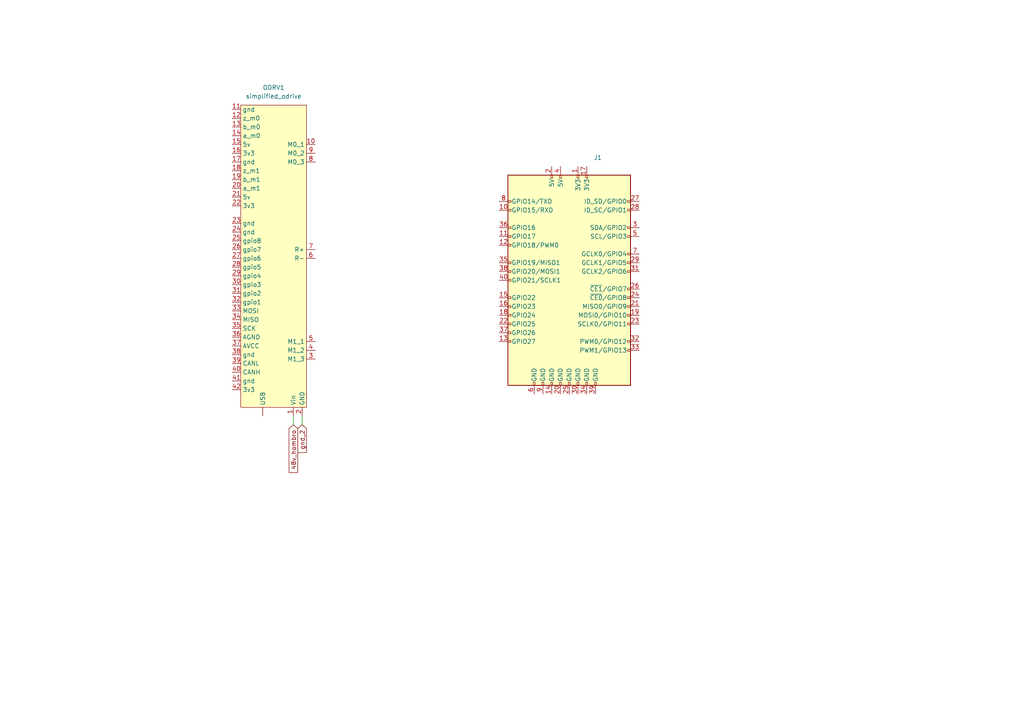
<source format=kicad_sch>
(kicad_sch (version 20211123) (generator eeschema)
  (paper "A4")
  (lib_symbols
    (symbol "Connector:Raspberry_Pi_2_3" (pin_names (offset 1.016))
      (property "Reference" "J" (at -17.78 31.75 0))
      (property "Value" "Raspberry_Pi_2_3" (at 10.16 -31.75 0))
      (symbol "Raspberry_Pi_2_3_0_1"
        (rectangle (start -17.78 30.48) (end 17.78 -30.48) (stroke (width 0.254)) (fill (type background)))
      )
      (symbol "Raspberry_Pi_2_3_1_1"
        (rectangle (start -16.891 -17.526) (end -17.78 -18.034))
        (rectangle (start -16.891 -14.986) (end -17.78 -15.494))
        (rectangle (start -16.891 -12.446) (end -17.78 -12.954))
        (rectangle (start -16.891 -9.906) (end -17.78 -10.414))
        (rectangle (start -16.891 -7.366) (end -17.78 -7.874))
        (rectangle (start -16.891 -4.826) (end -17.78 -5.334))
        (rectangle (start -16.891 0.254) (end -17.78 -0.254))
        (rectangle (start -16.891 2.794) (end -17.78 2.286))
        (rectangle (start -16.891 5.334) (end -17.78 4.826))
        (rectangle (start -16.891 10.414) (end -17.78 9.906))
        (rectangle (start -16.891 12.954) (end -17.78 12.446))
        (rectangle (start -16.891 15.494) (end -17.78 14.986))
        (rectangle (start -16.891 20.574) (end -17.78 20.066))
        (rectangle (start -16.891 23.114) (end -17.78 22.606))
        (rectangle (start -10.414 -29.591) (end -9.906 -30.48))
        (rectangle (start -7.874 -29.591) (end -7.366 -30.48))
        (rectangle (start -5.334 -29.591) (end -4.826 -30.48))
        (rectangle (start -5.334 30.48) (end -4.826 29.591))
        (rectangle (start -2.794 -29.591) (end -2.286 -30.48))
        (rectangle (start -2.794 30.48) (end -2.286 29.591))
        (rectangle (start -0.254 -29.591) (end 0.254 -30.48))
        (rectangle (start 2.286 -29.591) (end 2.794 -30.48))
        (rectangle (start 2.286 30.48) (end 2.794 29.591))
        (rectangle (start 4.826 -29.591) (end 5.334 -30.48))
        (rectangle (start 4.826 30.48) (end 5.334 29.591))
        (rectangle (start 7.366 -29.591) (end 7.874 -30.48))
        (rectangle (start 17.78 -20.066) (end 16.891 -20.574))
        (rectangle (start 17.78 -17.526) (end 16.891 -18.034))
        (rectangle (start 17.78 -12.446) (end 16.891 -12.954))
        (rectangle (start 17.78 -9.906) (end 16.891 -10.414))
        (rectangle (start 17.78 -7.366) (end 16.891 -7.874))
        (rectangle (start 17.78 -4.826) (end 16.891 -5.334))
        (rectangle (start 17.78 -2.286) (end 16.891 -2.794))
        (rectangle (start 17.78 2.794) (end 16.891 2.286))
        (rectangle (start 17.78 5.334) (end 16.891 4.826))
        (rectangle (start 17.78 7.874) (end 16.891 7.366))
        (rectangle (start 17.78 12.954) (end 16.891 12.446))
        (rectangle (start 17.78 15.494) (end 16.891 14.986))
        (rectangle (start 17.78 20.574) (end 16.891 20.066))
        (rectangle (start 17.78 23.114) (end 16.891 22.606))
        (pin power_in line (at 2.54 33.02 270) (length 2.54) (name "3V3") (number "1"))
        (pin bidirectional line (at -20.32 20.32 0) (length 2.54) (name "GPIO15/RXD") (number "10"))
        (pin bidirectional line (at -20.32 12.7 0) (length 2.54) (name "GPIO17") (number "11"))
        (pin bidirectional line (at -20.32 10.16 0) (length 2.54) (name "GPIO18/PWM0") (number "12"))
        (pin bidirectional line (at -20.32 -17.78 0) (length 2.54) (name "GPIO27") (number "13"))
        (pin power_in line (at -5.08 -33.02 90) (length 2.54) (name "GND") (number "14"))
        (pin bidirectional line (at -20.32 -5.08 0) (length 2.54) (name "GPIO22") (number "15"))
        (pin bidirectional line (at -20.32 -7.62 0) (length 2.54) (name "GPIO23") (number "16"))
        (pin power_in line (at 5.08 33.02 270) (length 2.54) (name "3V3") (number "17"))
        (pin bidirectional line (at -20.32 -10.16 0) (length 2.54) (name "GPIO24") (number "18"))
        (pin bidirectional line (at 20.32 -10.16 180) (length 2.54) (name "MOSI0/GPIO10") (number "19"))
        (pin power_in line (at -5.08 33.02 270) (length 2.54) (name "5V") (number "2"))
        (pin power_in line (at -2.54 -33.02 90) (length 2.54) (name "GND") (number "20"))
        (pin bidirectional line (at 20.32 -7.62 180) (length 2.54) (name "MISO0/GPIO9") (number "21"))
        (pin bidirectional line (at -20.32 -12.7 0) (length 2.54) (name "GPIO25") (number "22"))
        (pin bidirectional line (at 20.32 -12.7 180) (length 2.54) (name "SCLK0/GPIO11") (number "23"))
        (pin bidirectional line (at 20.32 -5.08 180) (length 2.54) (name "~{CE0}/GPIO8") (number "24"))
        (pin power_in line (at 0 -33.02 90) (length 2.54) (name "GND") (number "25"))
        (pin bidirectional line (at 20.32 -2.54 180) (length 2.54) (name "~{CE1}/GPIO7") (number "26"))
        (pin bidirectional line (at 20.32 22.86 180) (length 2.54) (name "ID_SD/GPIO0") (number "27"))
        (pin bidirectional line (at 20.32 20.32 180) (length 2.54) (name "ID_SC/GPIO1") (number "28"))
        (pin bidirectional line (at 20.32 5.08 180) (length 2.54) (name "GCLK1/GPIO5") (number "29"))
        (pin bidirectional line (at 20.32 15.24 180) (length 2.54) (name "SDA/GPIO2") (number "3"))
        (pin power_in line (at 2.54 -33.02 90) (length 2.54) (name "GND") (number "30"))
        (pin bidirectional line (at 20.32 2.54 180) (length 2.54) (name "GCLK2/GPIO6") (number "31"))
        (pin bidirectional line (at 20.32 -17.78 180) (length 2.54) (name "PWM0/GPIO12") (number "32"))
        (pin bidirectional line (at 20.32 -20.32 180) (length 2.54) (name "PWM1/GPIO13") (number "33"))
        (pin power_in line (at 5.08 -33.02 90) (length 2.54) (name "GND") (number "34"))
        (pin bidirectional line (at -20.32 5.08 0) (length 2.54) (name "GPIO19/MISO1") (number "35"))
        (pin bidirectional line (at -20.32 15.24 0) (length 2.54) (name "GPIO16") (number "36"))
        (pin bidirectional line (at -20.32 -15.24 0) (length 2.54) (name "GPIO26") (number "37"))
        (pin bidirectional line (at -20.32 2.54 0) (length 2.54) (name "GPIO20/MOSI1") (number "38"))
        (pin power_in line (at 7.62 -33.02 90) (length 2.54) (name "GND") (number "39"))
        (pin power_in line (at -2.54 33.02 270) (length 2.54) (name "5V") (number "4"))
        (pin bidirectional line (at -20.32 0 0) (length 2.54) (name "GPIO21/SCLK1") (number "40"))
        (pin bidirectional line (at 20.32 12.7 180) (length 2.54) (name "SCL/GPIO3") (number "5"))
        (pin power_in line (at -10.16 -33.02 90) (length 2.54) (name "GND") (number "6"))
        (pin bidirectional line (at 20.32 7.62 180) (length 2.54) (name "GCLK0/GPIO4") (number "7"))
        (pin bidirectional line (at -20.32 22.86 0) (length 2.54) (name "GPIO14/TXD") (number "8"))
        (pin power_in line (at -7.62 -33.02 90) (length 2.54) (name "GND") (number "9"))
      )
    )
    (symbol "external_modules:simplified_odrive"
      (property "Reference" "ODRV" (at 6.35 26.67 0))
      (property "Value" "simplified_odrive" (at 1.27 13.97 90))
      (symbol "simplified_odrive_0_1"
        (rectangle (start -6.35 78.74) (end 12.7 -8.89) (fill (type background)))
      )
      (symbol "simplified_odrive_1_1"
        (pin bidirectional line (at 0 -11.43 90) (length 2.54) (name "USB") (number ""))
        (pin power_in line (at 8.89 -11.43 90) (length 2.54) (name "Vin") (number "1"))
        (pin power_out line (at 15.24 67.31 180) (length 2.54) (name "M0_1") (number "10"))
        (pin passive line (at -8.89 77.47 0) (length 2.54) (name "gnd") (number "11"))
        (pin input line (at -8.89 74.93 0) (length 2.54) (name "z_m0") (number "12"))
        (pin input line (at -8.89 72.39 0) (length 2.54) (name "b_m0") (number "13"))
        (pin input line (at -8.89 69.85 0) (length 2.54) (name "a_m0") (number "14"))
        (pin output line (at -8.89 67.31 0) (length 2.54) (name "5v") (number "15"))
        (pin output line (at -8.89 64.77 0) (length 2.54) (name "3v3") (number "16"))
        (pin passive line (at -8.89 62.23 0) (length 2.54) (name "gnd") (number "17"))
        (pin input line (at -8.89 59.69 0) (length 2.54) (name "z_m1") (number "18"))
        (pin input line (at -8.89 57.15 0) (length 2.54) (name "b_m1") (number "19"))
        (pin power_in line (at 11.43 -11.43 90) (length 2.54) (name "GND") (number "2"))
        (pin input line (at -8.89 54.61 0) (length 2.54) (name "a_m1") (number "20"))
        (pin output line (at -8.89 52.07 0) (length 2.54) (name "5v") (number "21"))
        (pin output line (at -8.89 49.53 0) (length 2.54) (name "3v3") (number "22"))
        (pin passive line (at -8.89 44.45 0) (length 2.54) (name "gnd") (number "23"))
        (pin passive line (at -8.89 41.91 0) (length 2.54) (name "gnd") (number "24"))
        (pin bidirectional line (at -8.89 39.37 0) (length 2.54) (name "gpio8") (number "25"))
        (pin bidirectional line (at -8.89 36.83 0) (length 2.54) (name "gpio7") (number "26"))
        (pin bidirectional line (at -8.89 34.29 0) (length 2.54) (name "gpio6") (number "27"))
        (pin bidirectional line (at -8.89 31.75 0) (length 2.54) (name "gpio5") (number "28"))
        (pin bidirectional line (at -8.89 29.21 0) (length 2.54) (name "gpio4") (number "29"))
        (pin power_out line (at 15.24 5.08 180) (length 2.54) (name "M1_3") (number "3"))
        (pin bidirectional line (at -8.89 26.67 0) (length 2.54) (name "gpio3") (number "30"))
        (pin bidirectional line (at -8.89 24.13 0) (length 2.54) (name "gpio2") (number "31"))
        (pin bidirectional line (at -8.89 21.59 0) (length 2.54) (name "gpio1") (number "32"))
        (pin output line (at -8.89 19.05 0) (length 2.54) (name "MOSI") (number "33"))
        (pin input line (at -8.89 16.51 0) (length 2.54) (name "MISO") (number "34"))
        (pin output line (at -8.89 13.97 0) (length 2.54) (name "SCK") (number "35"))
        (pin passive line (at -8.89 11.43 0) (length 2.54) (name "AGND") (number "36"))
        (pin passive line (at -8.89 8.89 0) (length 2.54) (name "AVCC") (number "37"))
        (pin passive line (at -8.89 6.35 0) (length 2.54) (name "gnd") (number "38"))
        (pin bidirectional line (at -8.89 3.81 0) (length 2.54) (name "CANL") (number "39"))
        (pin power_out line (at 15.24 7.62 180) (length 2.54) (name "M1_2") (number "4"))
        (pin bidirectional line (at -8.89 1.27 0) (length 2.54) (name "CANH") (number "40"))
        (pin passive line (at -8.89 -1.27 0) (length 2.54) (name "gnd") (number "41"))
        (pin output line (at -8.89 -3.81 0) (length 2.54) (name "3v3") (number "42"))
        (pin power_out line (at 15.24 10.16 180) (length 2.54) (name "M1_1") (number "5"))
        (pin power_out line (at 15.24 34.29 180) (length 2.54) (name "R-") (number "6"))
        (pin power_out line (at 15.24 36.83 180) (length 2.54) (name "R+") (number "7"))
        (pin power_out line (at 15.24 62.23 180) (length 2.54) (name "M0_3") (number "8"))
        (pin power_out line (at 15.24 64.77 180) (length 2.54) (name "M0_2") (number "9"))
      )
    )
  )
  (wire (pts (xy 85.09 120.65) (xy 85.09 123.19)))
  (wire (pts (xy 87.63 120.65) (xy 87.63 123.19)))
  (global_label "48v_hombro" (shape input) (at 85.09 123.19 270) (property "Intersheet References" "${INTERSHEET_REFS}" (effects hide)))
  (global_label "gnd_2" (shape input) (at 87.63 123.19 270) (property "Intersheet References" "${INTERSHEET_REFS}" (effects hide)))
  (symbol (lib_id "Connector:Raspberry_Pi_2_3") (at 165.1 81.28 0) (unit 1)
    (property "Reference" "J1" (at 172.1994 45.72 0) (effects (justify left)))
    (property "Datasheet" "https://www.raspberrypi.org/documentation/hardware/raspberrypi/schematics/rpi_SCH_3bplus_1p0_reduced.pdf" (effects hide))
  )
  (symbol (lib_id "external_modules:simplified_odrive") (at 76.2 109.22 0) (unit 1)
    (property "Reference" "ODRV1" (at 79.375 25.4 0))
    (property "Value" "simplified_odrive" (at 79.375 27.94 0))
  )
)
</source>
